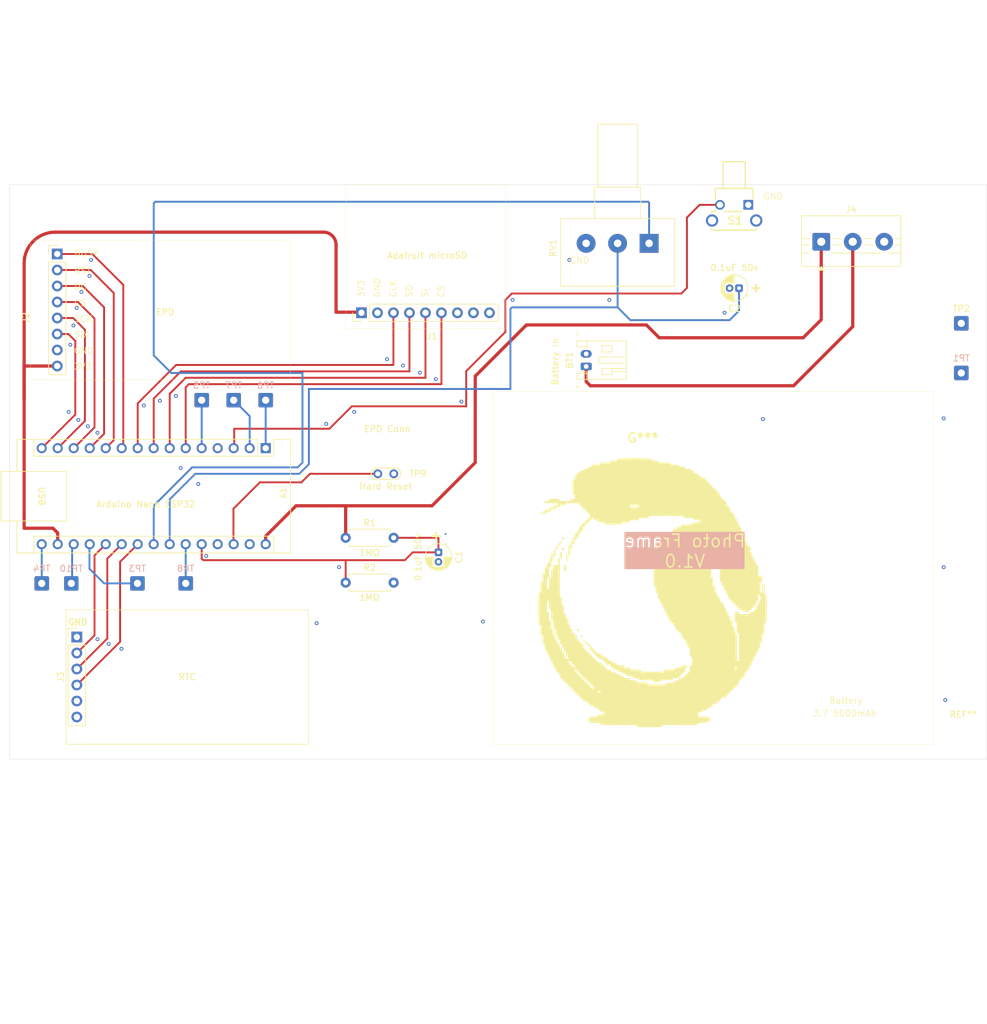
<source format=kicad_pcb>
(kicad_pcb (version 20241229) (generator "pcbnew") (generator_version "9.0")
  (title_block (comment 4 "AISLER Project ID: GICTNIGL"))
  (layers (0 "F.Cu" signal) (2 "B.Cu" signal) (13 "F.Paste" user) (15 "B.Paste" user) (5 "F.SilkS" user "F.Silkscreen") (7 "B.SilkS" user "B.Silkscreen") (1 "F.Mask" user) (3 "B.Mask" user) (25 "Edge.Cuts" user))
  (net 0 "")
  (net 1 "GND")
  (net 2 "Net-(A1-SDA{slash}A4)")
  (net 3 "/DI")
  (net 4 "/CS")
  (net 5 "+4V")
  (net 6 "Net-(A1-A1)")
  (net 7 "Net-(A1-A3)")
  (net 8 "/DO")
  (net 9 "Net-(A1-SCL{slash}A5)")
  (net 10 "Net-(A1-A7)")
  (net 11 "/3V3")
  (net 12 "Net-(A1-~{RESET})")
  (net 13 "Net-(A1-A2)")
  (net 15 "/SCLK")
  (net 21 "Net-(A1-D13{slash}SCK)")
  (net 22 "Net-(A1-D0{slash}RX)")
  (net 23 "Net-(A1-A0)")
  (net 24 "Net-(A1-D2)")
  (net 25 "Net-(A1-B1)")
  (net 26 "Net-(A1-D1{slash}TX)")
  (net 27 "Net-(A1-A6)")
  (net 28 "Net-(A1-B0)")
  (net 30 "/VIN")
  (net 31 "/DC")
  (net 32 "/SCK")
  (net 33 "/SDI")
  (net 34 "/RST")
  (net 35 "/BUSY")
  (net 36 "/CS (1)")
  (footprint "Mouser:P&B Tactile Button Right Angle - FSMRA6JH" (layer "F.Cu") (at 190.172 63.738 180)
    (property "Reference" "S1" (at 2.087 -2.517 0) (layer "F.SilkS") (effects (font (size 1.27 1.27) (thickness 0.254))))
    (property "Value" "FSMRA6JH" (hide yes))
    (pad "1" thru_hole rect (at 0 0 180) (size 1.54 1.54) (drill 0.99) (layers "*.Cu" "*.Mask") (net 1 "GND"))
    (pad "2" thru_hole circle (at 4.5 0 180) (size 1.54 1.54) (drill 0.99) (layers "*.Cu" "*.Mask") (net 12 "Net-(A1-~{RESET})"))
    (pad "3" thru_hole circle (at -1.255 -2.49 180) (size 1.95 1.95) (drill 1.3) (layers "*.Cu" "*.Mask"))
    (pad "4" thru_hole circle (at 5.755 -2.49 180) (size 1.95 1.95) (drill 1.3) (layers "*.Cu" "*.Mask"))
  )
  (footprint "Connector_PinHeader_2.54mm:PinHeader_1x09_P2.54mm_Vertical" (layer "F.Cu") (at 128.748 80.872 90)
    (property "Reference" "J1" (at -3.72 11.213 180) (layer "F.SilkS"))
    (property "Value" "Adafruit microSD" (at 9.107 10.451 180) (layer "F.SilkS"))
    (pad "1" thru_hole rect (at 0 0 90) (size 1.7 1.7) (drill 1) (layers "*.Cu" "*.Mask") (net 11 "/3V3"))
    (pad "2" thru_hole circle (at 0 2.54 90) (size 1.7 1.7) (drill 1) (layers "*.Cu" "*.Mask") (net 1 "GND"))
    (pad "3" thru_hole circle (at 0 5.08 90) (size 1.7 1.7) (drill 1) (layers "*.Cu" "*.Mask") (net 15 "/SCLK"))
    (pad "4" thru_hole circle (at 0 7.62 90) (size 1.7 1.7) (drill 1) (layers "*.Cu" "*.Mask") (net 8 "/DO"))
    (pad "5" thru_hole circle (at 0 10.16 90) (size 1.7 1.7) (drill 1) (layers "*.Cu" "*.Mask") (net 3 "/DI"))
    (pad "6" thru_hole circle (at 0 12.7 90) (size 1.7 1.7) (drill 1) (layers "*.Cu" "*.Mask") (net 36 "/CS (1)"))
    (pad "7" thru_hole circle (at 0 15.24 90) (size 1.7 1.7) (drill 1) (layers "*.Cu" "*.Mask"))
    (pad "8" thru_hole circle (at 0 17.78 90) (size 1.7 1.7) (drill 1) (layers "*.Cu" "*.Mask"))
    (pad "9" thru_hole circle (at 0 20.32 90) (size 1.7 1.7) (drill 1) (layers "*.Cu" "*.Mask"))
  )
  (footprint "TerminalBlock:TerminalBlock_MaiXu_MX126-5.0-03P_1x03_P5.00mm" (layer "F.Cu") (at 201.752 69.596)
    (property "Reference" "J4" (at 4.75 -5.12 0) (layer "F.SilkS"))
    (property "Value" "Screw_Terminal_01x03")
    (pad "1" thru_hole roundrect (at 0 0) (size 2.8 2.8) (drill 1.3) (layers "*.Cu" "*.Mask") (roundrect_rratio 0.089286) (net 5 "+4V"))
    (pad "2" thru_hole circle (at 5 0) (size 2.8 2.8) (drill 1.3) (layers "*.Cu" "*.Mask") (net 30 "/VIN"))
    (pad "3" thru_hole circle (at 10 0) (size 2.8 2.8) (drill 1.3) (layers "*.Cu" "*.Mask"))
  )
  (footprint "Connector_PinHeader_2.54mm:PinHeader_1x06_P2.54mm_Vertical" (layer "F.Cu") (at 83.552 132.334)
    (property "Reference" "J3" (at -2.54 6.353 90) (layer "F.SilkS"))
    (property "Value" "RTC" (at 17.526 6.35 0) (layer "F.SilkS"))
    (pad "1" thru_hole rect (at 0 0) (size 1.7 1.7) (drill 1) (layers "*.Cu" "*.Mask") (net 1 "GND"))
    (pad "2" thru_hole circle (at 0 2.54) (size 1.7 1.7) (drill 1) (layers "*.Cu" "*.Mask") (net 6 "Net-(A1-A1)"))
    (pad "3" thru_hole circle (at 0 5.08) (size 1.7 1.7) (drill 1) (layers "*.Cu" "*.Mask") (net 13 "Net-(A1-A2)"))
    (pad "4" thru_hole circle (at 0 7.62) (size 1.7 1.7) (drill 1) (layers "*.Cu" "*.Mask") (net 7 "Net-(A1-A3)"))
    (pad "5" thru_hole circle (at 0 10.16) (size 1.7 1.7) (drill 1) (layers "*.Cu" "*.Mask"))
    (pad "6" thru_hole circle (at 0 12.7) (size 1.7 1.7) (drill 1) (layers "*.Cu" "*.Mask"))
  )
  (footprint "Potentiometer_THT:Potentiometer_Alps_RK163_Single_Horizontal" (layer "F.Cu") (at 174.418 69.85 -90)
    (property "Reference" "RV1" (at 0.762 15.24 90) (layer "F.SilkS"))
    (property "Value" "20K")
    (pad "1" thru_hole rect (at 0 0 90) (size 3 3) (drill 1.2) (layers "*.Cu" "*.Mask") (net 2 "Net-(A1-SDA{slash}A4)"))
    (pad "2" thru_hole circle (at 0 5 90) (size 3 3) (drill 1.2) (layers "*.Cu" "*.Mask") (net 9 "Net-(A1-SCL{slash}A5)"))
    (pad "3" thru_hole circle (at 0 10 90) (size 3 3) (drill 1.2) (layers "*.Cu" "*.Mask") (net 1 "GND"))
  )
  (footprint "Resistor_THT:R_Axial_DIN0207_L6.3mm_D2.5mm_P7.62mm_Horizontal" (layer "F.Cu") (at 126.238 116.586)
    (property "Reference" "R1" (at 3.81 -2.37 0) (layer "F.SilkS"))
    (property "Value" "1MΩ" (at 3.81 2.37 0) (layer "F.SilkS"))
    (pad "1" thru_hole circle (at 0 0) (size 1.6 1.6) (drill 0.8) (layers "*.Cu" "*.Mask") (net 5 "+4V"))
    (pad "2" thru_hole circle (at 7.62 0) (size 1.6 1.6) (drill 0.8) (layers "*.Cu" "*.Mask") (net 10 "Net-(A1-A7)"))
  )
  (footprint "MountingHole:MountingHole_2.5mm" (layer "F.Cu") (at 76.708 148.082)
    (property "Reference" "REF**" (hide yes))
    (property "Value" "MountingHole_2.5mm" (hide yes))
    (pad "" np_thru_hole circle (at 0 0) (size 2.5 2.5) (drill 2.5) (layers "*.Cu" "*.Mask"))
  )
  (footprint "MountingHole:MountingHole 14x1mm_Pad" (layer "F.Cu") (at 133.096 101.6)
    (property "Reference" "REF**" (hide yes))
    (property "Value" "EPD Conn" (at -0.254 -2.286 0) (layer "F.SilkS"))
    (pad "" np_thru_hole oval (at 0 0) (size 14 1) (drill oval 14 1) (layers "*.Cu" "*.Mask"))
  )
  (footprint "MountingHole:MountingHole_2.5mm" (layer "F.Cu") (at 224.282 148.082)
    (property "Reference" "REF**" (at 0 -3.45 0) (layer "F.SilkS"))
    (property "Value" "MountingHole_2.5mm" (hide yes))
    (pad "" np_thru_hole circle (at 0 0) (size 2.5 2.5) (drill 2.5) (layers "*.Cu" "*.Mask"))
  )
  (footprint "Sephiroth:Sepy" (layer "F.Cu") (at 173.782668 125.648667)
    (property "Reference" "G***" (at -0.349477 -24.9 0) (layer "F.SilkS") (effects (font (size 1.5 1.5) (thickness 0.3))))
    (property "Value" "LOGO" (hide yes))
  )
  (footprint "MountingHole:MountingHole_2.5mm" (layer "F.Cu") (at 76.708 64.516)
    (property "Reference" "REF**" (hide yes))
    (property "Value" "MountingHole_2.5mm" (hide yes))
    (pad "" np_thru_hole circle (at 0 0) (size 2.5 2.5) (drill 2.5) (layers "*.Cu" "*.Mask"))
  )
  (footprint "MountingHole:MountingHole_2.5mm" (layer "F.Cu") (at 224.282 64.516)
    (property "Reference" "REF**" (hide yes))
    (property "Value" "MountingHole_2.5mm" (hide yes))
    (pad "" np_thru_hole circle (at 0 0) (size 2.5 2.5) (drill 2.5) (layers "*.Cu" "*.Mask"))
  )
  (footprint "Capacitor_THT:CP_Radial_D4.0mm_P1.50mm" (layer "F.Cu") (at 140.97 118.896 -90)
    (property "Reference" "C1" (at 0.75 -3.25 90) (layer "F.SilkS"))
    (property "Value" "0.1uF 50v" (at 0.75 3.25 270) (layer "F.SilkS"))
    (pad "1" thru_hole roundrect (at 0 0 270) (size 1.2 1.2) (drill 0.6) (layers "*.Cu" "*.Mask") (roundrect_rratio 0.208333) (net 10 "Net-(A1-A7)"))
    (pad "2" thru_hole circle (at 1.5 0 270) (size 1.2 1.2) (drill 0.6) (layers "*.Cu" "*.Mask") (net 1 "GND"))
  )
  (footprint "Module:Arduino_Nano" (layer "F.Cu") (at 113.538 102.362 -90)
    (property "Reference" "A1" (at 7.112 -2.794 90) (layer "F.SilkS"))
    (property "Value" "Arduino Nano ESP32" (at 8.89 19.05 0) (layer "F.SilkS"))
    (fp_text user "USB" (at 7.62 35.56 270) (layer "F.SilkS"))
    (pad "1" thru_hole rect (at 0 0 270) (size 1.6 1.6) (drill 1) (layers "*.Cu" "*.Mask") (net 26 "Net-(A1-D1{slash}TX)"))
    (pad "2" thru_hole oval (at 0 2.54 270) (size 1.6 1.6) (drill 1) (layers "*.Cu" "*.Mask") (net 22 "Net-(A1-D0{slash}RX)"))
    (pad "3" thru_hole oval (at 0 5.08 270) (size 1.6 1.6) (drill 1) (layers "*.Cu" "*.Mask") (net 12 "Net-(A1-~{RESET})"))
    (pad "4" thru_hole oval (at 0 7.62 270) (size 1.6 1.6) (drill 1) (layers "*.Cu" "*.Mask") (net 1 "GND"))
    (pad "5" thru_hole oval (at 0 10.16 270) (size 1.6 1.6) (drill 1) (layers "*.Cu" "*.Mask") (net 24 "Net-(A1-D2)"))
    (pad "6" thru_hole oval (at 0 12.7 270) (size 1.6 1.6) (drill 1) (layers "*.Cu" "*.Mask") (net 36 "/CS (1)"))
    (pad "7" thru_hole oval (at 0 15.24 270) (size 1.6 1.6) (drill 1) (layers "*.Cu" "*.Mask") (net 3 "/DI"))
    (pad "8" thru_hole oval (at 0 17.78 270) (size 1.6 1.6) (drill 1) (layers "*.Cu" "*.Mask") (net 8 "/DO"))
    (pad "9" thru_hole oval (at 0 20.32 270) (size 1.6 1.6) (drill 1) (layers "*.Cu" "*.Mask") (net 15 "/SCLK"))
    (pad "10" thru_hole oval (at 0 22.86 270) (size 1.6 1.6) (drill 1) (layers "*.Cu" "*.Mask") (net 35 "/BUSY"))
    (pad "11" thru_hole oval (at 0 25.4 270) (size 1.6 1.6) (drill 1) (layers "*.Cu" "*.Mask") (net 34 "/RST"))
    (pad "12" thru_hole oval (at 0 27.94 270) (size 1.6 1.6) (drill 1) (layers "*.Cu" "*.Mask") (net 31 "/DC"))
    (pad "13" thru_hole oval (at 0 30.48 270) (size 1.6 1.6) (drill 1) (layers "*.Cu" "*.Mask") (net 4 "/CS"))
    (pad "14" thru_hole oval (at 0 33.02 270) (size 1.6 1.6) (drill 1) (layers "*.Cu" "*.Mask") (net 32 "/SCK"))
    (pad "15" thru_hole oval (at 0 35.56 270) (size 1.6 1.6) (drill 1) (layers "*.Cu" "*.Mask") (net 33 "/SDI"))
    (pad "16" thru_hole oval (at 15.24 35.56 270) (size 1.6 1.6) (drill 1) (layers "*.Cu" "*.Mask") (net 21 "Net-(A1-D13{slash}SCK)"))
    (pad "17" thru_hole oval (at 15.24 33.02 270) (size 1.6 1.6) (drill 1) (layers "*.Cu" "*.Mask") (net 11 "/3V3"))
    (pad "18" thru_hole oval (at 15.24 30.48 270) (size 1.6 1.6) (drill 1) (layers "*.Cu" "*.Mask") (net 28 "Net-(A1-B0)"))
    (pad "19" thru_hole oval (at 15.24 27.94 270) (size 1.6 1.6) (drill 1) (layers "*.Cu" "*.Mask") (net 23 "Net-(A1-A0)"))
    (pad "20" thru_hole oval (at 15.24 25.4 270) (size 1.6 1.6) (drill 1) (layers "*.Cu" "*.Mask") (net 6 "Net-(A1-A1)"))
    (pad "21" thru_hole oval (at 15.24 22.86 270) (size 1.6 1.6) (drill 1) (layers "*.Cu" "*.Mask") (net 13 "Net-(A1-A2)"))
    (pad "22" thru_hole oval (at 15.24 20.32 270) (size 1.6 1.6) (drill 1) (layers "*.Cu" "*.Mask") (net 7 "Net-(A1-A3)"))
    (pad "23" thru_hole oval (at 15.24 17.78 270) (size 1.6 1.6) (drill 1) (layers "*.Cu" "*.Mask") (net 2 "Net-(A1-SDA{slash}A4)"))
    (pad "24" thru_hole oval (at 15.24 15.24 270) (size 1.6 1.6) (drill 1) (layers "*.Cu" "*.Mask") (net 9 "Net-(A1-SCL{slash}A5)"))
    (pad "25" thru_hole oval (at 15.24 12.7 270) (size 1.6 1.6) (drill 1) (layers "*.Cu" "*.Mask") (net 27 "Net-(A1-A6)"))
    (pad "26" thru_hole oval (at 15.24 10.16 270) (size 1.6 1.6) (drill 1) (layers "*.Cu" "*.Mask") (net 10 "Net-(A1-A7)"))
    (pad "27" thru_hole oval (at 15.24 7.62 270) (size 1.6 1.6) (drill 1) (layers "*.Cu" "*.Mask"))
    (pad "28" thru_hole oval (at 15.24 5.08 270) (size 1.6 1.6) (drill 1) (layers "*.Cu" "*.Mask") (net 25 "Net-(A1-B1)"))
    (pad "29" thru_hole oval (at 15.24 2.54 270) (size 1.6 1.6) (drill 1) (layers "*.Cu" "*.Mask") (net 1 "GND"))
    (pad "30" thru_hole oval (at 15.24 0 270) (size 1.6 1.6) (drill 1) (layers "*.Cu" "*.Mask") (net 5 "+4V"))
  )
  (footprint "Capacitor_THT:CP_Radial_D4.0mm_P1.50mm" (layer "F.Cu") (at 188.698 76.962 180)
    (property "Reference" "C2" (at 0.75 -3.25 0) (layer "F.SilkS"))
    (property "Value" "0.1uF 50v" (at 0.75 3.25 0) (layer "F.SilkS"))
    (pad "1" thru_hole roundrect (at 0 0 180) (size 1.2 1.2) (drill 0.6) (layers "*.Cu" "*.Mask") (roundrect_rratio 0.208333) (net 9 "Net-(A1-SCL{slash}A5)"))
    (pad "2" thru_hole circle (at 1.5 0 180) (size 1.2 1.2) (drill 0.6) (layers "*.Cu" "*.Mask") (net 1 "GND"))
  )
  (footprint "Connector_Wire:SolderWire-0.5sqmm_1x01_D0.9mm_OD2.3mm" (layer "F.Cu") (at 223.99 82.55)
    (property "Reference" "TP2" (at 0 -2.35 0) (layer "F.SilkS"))
    (property "Value" "GND")
    (pad "1" thru_hole roundrect (at 0 0) (size 2.3 2.3) (drill 1.15) (layers "*.Cu" "*.Mask") (roundrect_rratio 0.108696) (net 1 "GND"))
  )
  (footprint "Resistor_THT:R_Axial_DIN0207_L6.3mm_D2.5mm_P7.62mm_Horizontal" (layer "F.Cu") (at 126.238 123.698)
    (property "Reference" "R2" (at 3.81 -2.37 0) (layer "F.SilkS"))
    (property "Value" "1MΩ" (at 3.81 2.37 0) (layer "F.SilkS"))
    (pad "1" thru_hole circle (at 0 0) (size 1.6 1.6) (drill 0.8) (layers "*.Cu" "*.Mask") (net 10 "Net-(A1-A7)"))
    (pad "2" thru_hole circle (at 7.62 0) (size 1.6 1.6) (drill 0.8) (layers "*.Cu" "*.Mask") (net 1 "GND"))
  )
  (footprint "TestPoint:TestPoint_2Pads_Pitch2.54mm_Drill0.8mm" (layer "F.Cu") (at 131.338 106.426)
    (property "Reference" "TP9" (at 6.35 0 0) (layer "F.SilkS"))
    (property "Value" "Hard Reset" (at 1.27 2 0) (layer "F.SilkS"))
    (pad "1" thru_hole circle (at 0 0) (size 1.4 1.4) (drill 0.8) (layers "*.Cu" "*.Mask") (net 25 "Net-(A1-B1)"))
    (pad "2" thru_hole circle (at 2.54 0) (size 1.4 1.4) (drill 0.8) (layers "*.Cu" "*.Mask") (net 1 "GND"))
  )
  (footprint "Connector_PinHeader_2.54mm:PinHeader_1x08_P2.54mm_Vertical" (layer "F.Cu") (at 80.442 71.542)
    (property "Reference" "J2" (at -5.004 10.104 90) (layer "F.SilkS"))
    (property "Value" "EPD" (at 17.132 9.23 0) (layer "F.SilkS"))
    (pad "1" thru_hole rect (at 0 0) (size 1.7 1.7) (drill 1) (layers "*.Cu" "*.Mask") (net 35 "/BUSY"))
    (pad "2" thru_hole circle (at 0 2.54) (size 1.7 1.7) (drill 1) (layers "*.Cu" "*.Mask") (net 34 "/RST"))
    (pad "3" thru_hole circle (at 0 5.08) (size 1.7 1.7) (drill 1) (layers "*.Cu" "*.Mask") (net 31 "/DC"))
    (pad "4" thru_hole circle (at 0 7.62) (size 1.7 1.7) (drill 1) (layers "*.Cu" "*.Mask") (net 4 "/CS"))
    (pad "5" thru_hole circle (at 0 10.16) (size 1.7 1.7) (drill 1) (layers "*.Cu" "*.Mask") (net 32 "/SCK"))
    (pad "6" thru_hole circle (at 0 12.7) (size 1.7 1.7) (drill 1) (layers "*.Cu" "*.Mask") (net 33 "/SDI"))
    (pad "7" thru_hole circle (at 0 15.24) (size 1.7 1.7) (drill 1) (layers "*.Cu" "*.Mask") (net 1 "GND"))
    (pad "8" thru_hole circle (at 0 17.78) (size 1.7 1.7) (drill 1) (layers "*.Cu" "*.Mask") (net 11 "/3V3"))
  )
  (footprint "Connector_JST:JST_PH_S2B-PH-K_1x02_P2.00mm_Horizontal" (layer "F.Cu") (at 164.428 89.392 90)
    (property "Reference" "BT1" (at 1 -2.63 90) (layer "F.SilkS"))
    (property "Value" "Battery In" (at 0.746 -4.916 90) (layer "F.SilkS"))
    (pad "1" thru_hole roundrect (at 0 0 90) (size 1.2 1.75) (drill 0.75) (layers "*.Cu" "*.Mask") (roundrect_rratio 0.208333) (net 30 "/VIN"))
    (pad "2" thru_hole oval (at 2 0 90) (size 1.2 1.75) (drill 0.75) (layers "*.Cu" "*.Mask") (net 1 "GND"))
  )
  (footprint "Connector_Wire:SolderWire-0.5sqmm_1x01_D0.9mm_OD2.3mm" (layer "B.Cu") (at 82.677 123.825 180)
    (property "Reference" "TP10" (at 0 2.35 0) (layer "B.SilkS") (effects (justify mirror)))
    (property "Value" "B0")
    (pad "1" thru_hole roundrect (at 0 0 180) (size 2.3 2.3) (drill 1.15) (layers "*.Cu" "*.Mask") (roundrect_rratio 0.108696) (net 28 "Net-(A1-B0)"))
  )
  (footprint "Connector_Wire:SolderWire-0.5sqmm_1x01_D0.9mm_OD2.3mm" (layer "B.Cu") (at 77.978 123.825 180)
    (property "Reference" "TP4" (at 0 2.35 0) (layer "B.SilkS") (effects (justify mirror)))
    (property "Value" "D13/SCK")
    (pad "1" thru_hole roundrect (at 0 0 180) (size 2.3 2.3) (drill 1.15) (layers "*.Cu" "*.Mask") (roundrect_rratio 0.108696) (net 21 "Net-(A1-D13{slash}SCK)"))
  )
  (footprint "Connector_Wire:SolderWire-0.5sqmm_1x01_D0.9mm_OD2.3mm" (layer "B.Cu") (at 113.537998 94.742 180)
    (property "Reference" "TP6" (at 0 2.35 0) (layer "B.SilkS") (effects (justify mirror)))
    (property "Value" "D1/TX")
    (pad "1" thru_hole roundrect (at 0 0 180) (size 2.3 2.3) (drill 1.15) (layers "*.Cu" "*.Mask") (roundrect_rratio 0.108696) (net 26 "Net-(A1-D1{slash}TX)"))
  )
  (footprint "Connector_Wire:SolderWire-0.5sqmm_1x01_D0.9mm_OD2.3mm" (layer "B.Cu") (at 93.18 123.825 180)
    (property "Reference" "TP3" (at 0 2.35 0) (layer "B.SilkS") (effects (justify mirror)))
    (property "Value" "A0/D17")
    (pad "1" thru_hole roundrect (at 0 0 180) (size 2.3 2.3) (drill 1.15) (layers "*.Cu" "*.Mask") (roundrect_rratio 0.108696) (net 23 "Net-(A1-A0)"))
  )
  (footprint "Connector_Wire:SolderWire-0.5sqmm_1x01_D0.9mm_OD2.3mm" (layer "B.Cu") (at 223.99 90.424 180)
    (property "Reference" "TP1" (at 0 2.35 0) (layer "B.SilkS") (effects (justify mirror)))
    (property "Value" "GND")
    (pad "1" thru_hole roundrect (at 0 0 180) (size 2.3 2.3) (drill 1.15) (layers "*.Cu" "*.Mask") (roundrect_rratio 0.108696) (net 1 "GND"))
  )
  (footprint "Connector_Wire:SolderWire-0.5sqmm_1x01_D0.9mm_OD2.3mm" (layer "B.Cu") (at 103.377998 94.742 180)
    (property "Reference" "TP5" (at 0 2.35 0) (layer "B.SilkS") (effects (justify mirror)))
    (property "Value" "D2")
    (pad "1" thru_hole roundrect (at 0 0 180) (size 2.3 2.3) (drill 1.15) (layers "*.Cu" "*.Mask") (roundrect_rratio 0.108696) (net 24 "Net-(A1-D2)"))
  )
  (footprint "Connector_Wire:SolderWire-0.5sqmm_1x01_D0.9mm_OD2.3mm" (layer "B.Cu") (at 108.457998 94.742 180)
    (property "Reference" "TP7" (at 0 2.35 0) (layer "B.SilkS") (effects (justify mirror)))
    (property "Value" "D0/RX")
    (pad "1" thru_hole roundrect (at 0 0 180) (size 2.3 2.3) (drill 1.15) (layers "*.Cu" "*.Mask") (roundrect_rratio 0.108696) (net 22 "Net-(A1-D0{slash}RX)"))
  )
  (footprint "Connector_Wire:SolderWire-0.5sqmm_1x01_D0.9mm_OD2.3mm" (layer "B.Cu") (at 100.838 123.825 180)
    (property "Reference" "TP8" (at 0 2.35 0) (layer "B.SilkS") (effects (justify mirror)))
    (property "Value" "A6/D23")
    (pad "1" thru_hole roundrect (at 0 0 180) (size 2.3 2.3) (drill 1.15) (layers "*.Cu" "*.Mask") (roundrect_rratio 0.108696) (net 27 "Net-(A1-A6)"))
  )
  (gr_rect (start 149.606 93.379) (end 219.606 149.379) (stroke (width 0.04)) (fill no) (layer "F.SilkS"))
  (gr_rect (start 126.268 60.532) (end 151.638 83.422) (stroke (width 0.04)) (fill no) (layer "F.SilkS"))
  (gr_rect (start 76.177 69.342) (end 117.447 91.492) (stroke (width 0.04)) (fill no) (layer "F.SilkS"))
  (gr_rect (start 81.843 128.019) (end 120.313 149.349) (stroke (width 0.1)) (fill no) (layer "F.SilkS"))
  (gr_rect (start 72.858 60.532) (end 228.058 151.732) (stroke (width 0.05)) (fill no) (layer "Edge.Cuts"))
  (gr_text "+" (at 163.538 93.306 90) (layer "F.SilkS") (effects (font (size 1 1) (thickness 0.1)) (justify left bottom)))
  (gr_text "CS" (at 83.058 79.868 0) (layer "F.SilkS") (effects (font (size 1 1) (thickness 0.1)) (justify left bottom)))
  (gr_text "SDI" (at 83.058 84.948 0) (layer "F.SilkS") (effects (font (size 1 1) (thickness 0.1)) (justify left bottom)))
  (gr_text "GND" (at 192.532 62.992 0) (layer "F.SilkS") (effects (font (size 1 1) (thickness 0.1)) (justify left bottom)))
  (gr_text "SI" (at 139.446 78.486 90) (layer "F.SilkS") (effects (font (size 1 1) (thickness 0.1)) (justify left bottom)))
  (gr_text "Battery" (at 202.946 143.002 0) (layer "F.SilkS") (effects (font (size 1 1) (thickness 0.1)) (justify left bottom)))
  (gr_text "GND" (at 82.042 130.556 0) (layer "F.SilkS") (effects (font (size 1 1) (thickness 0.2) (bold yes)) (justify left bottom)))
  (gr_text "-" (at 163.538 84.924 90) (layer "F.SilkS") (effects (font (size 1 1) (thickness 0.1)) (justify left bottom)))
  (gr_text "SO" (at 136.906 78.486 90) (layer "F.SilkS") (effects (font (size 1 1) (thickness 0.1)) (justify left bottom)))
  (gr_text "+" (at 141.732 115.57 180) (layer "F.SilkS") (effects (font (size 1.5 1.5) (thickness 0.3) (bold yes)) (justify left bottom)))
  (gr_text "GND\n" (at 83.058 87.488 0) (layer "F.SilkS") (effects (font (size 1 1) (thickness 0.1)) (justify left bottom)))
  (gr_text "CS" (at 141.986 78.486 90) (layer "F.SilkS") (effects (font (size 1 1) (thickness 0.1)) (justify left bottom)))
  (gr_text "BUSY" (at 83.058 71.994 0) (layer "F.SilkS") (effects (font (size 1 1) (thickness 0.1)) (justify left bottom)))
  (gr_text "3.7 5000mAh" (at 200.406 145.034 0) (layer "F.SilkS") (effects (font (size 1 1) (thickness 0.1)) (justify left bottom)))
  (gr_text "GND" (at 131.826 78.486 90) (layer "F.SilkS") (effects (font (size 1 1) (thickness 0.1)) (justify left bottom)))
  (gr_text "CLK" (at 134.366 78.486 90) (layer "F.SilkS") (effects (font (size 1 1) (thickness 0.1)) (justify left bottom)))
  (gr_text "3V3" (at 129.286 78.486 90) (layer "F.SilkS") (effects (font (size 1 1) (thickness 0.1)) (justify left bottom)))
  (gr_text "+" (at 190.2614 77.724 0) (layer "F.SilkS") (effects (font (size 1.5 1.5) (thickness 0.3) (bold yes)) (justify left bottom)))
  (gr_text "GND" (at 161.798 73.152 0) (layer "F.SilkS") (effects (font (size 1 1) (thickness 0.1)) (justify left bottom)))
  (gr_text "DC" (at 83.058 77.328 0) (layer "F.SilkS") (effects (font (size 1 1) (thickness 0.1)) (justify left bottom)))
  (gr_text "RST" (at 83.058 74.788 0) (layer "F.SilkS") (effects (font (size 1 1) (thickness 0.1)) (justify left bottom)))
  (gr_text "SCK" (at 83.058 82.408 0) (layer "F.SilkS") (effects (font (size 1 1) (thickness 0.1)) (justify left bottom)))
  (gr_text "3V3" (at 83.058 89.992 0) (layer "F.SilkS") (effects (font (size 1 1) (thickness 0.1)) (justify left bottom)))
  (gr_text "Photo Frame\nV1.0" (at 180.086 121.472 0) (layer "B.SilkS" knockout) (effects (font (size 2 2) (thickness 0.25)) (justify bottom mirror)))
  (segment (start 164.388 69.85) (end 164.418 69.85) (width 0.508) (layer "F.Cu") (net 1))
  (segment (start 164.592 69.944) (end 164.498 69.85) (width 0.3) (layer "F.Cu") (net 1))
  (via (at 104.102 119.468) (size 0.6) (drill 0.3) (layers "F.Cu" "B.Cu") (net 1))
  (via (at 85.56 75.018) (size 0.6) (drill 0.3) (layers "F.Cu" "B.Cu") (net 1))
  (via (at 221.45 142.328) (size 0.6) (drill 0.3) (layers "F.Cu" "B.Cu") (net 1))
  (via (at 132.804 88.226) (size 0.6) (drill 0.3) (layers "F.Cu" "B.Cu") (net 1))
  (via (at 121.628 130.136) (size 0.6) (drill 0.3) (layers "F.Cu" "B.Cu") (net 1))
  (via (at 192.494 97.751) (size 0.6) (drill 0.3) (layers "F.Cu" "B.Cu") (net 1))
  (via (at 82.258 96.608) (size 0.6) (drill 0.3) (layers "F.Cu" "B.Cu") (net 1))
  (via (at 144.615 94.957) (size 0.6) (drill 0.3) (layers "F.Cu" "B.Cu") (net 1))
  (via (at 88.608 133.438) (size 0.6) (drill 0.3) (layers "F.Cu" "B.Cu") (net 1))
  (via (at 94.196 95.592) (size 0.6) (drill 0.3) (layers "F.Cu" "B.Cu") (net 1))
  (via (at 99.276 94.068) (size 0.6) (drill 0.3) (layers "F.Cu" "B.Cu") (net 1))
  (via (at 123.152 98.513) (size 0.6) (drill 0.3) (layers "F.Cu" "B.Cu") (net 1))
  (via (at 90.64 134.2) (size 0.6) (drill 0.3) (layers "F.Cu" "B.Cu") (net 1))
  (via (at 135.344 89.242) (size 0.6) (drill 0.3) (layers "F.Cu" "B.Cu") (net 1))
  (via (at 221.196 121.246) (size 0.6) (drill 0.3) (layers "F.Cu" "B.Cu") (net 1))
  (via (at 86.83 132.676) (size 0.6) (drill 0.3) (layers "F.Cu" "B.Cu") (net 1))
  (via (at 148.044 129.882) (size 0.6) (drill 0.3) (layers "F.Cu" "B.Cu") (net 1))
  (via (at 86.83 99.91) (size 0.6) (drill 0.3) (layers "F.Cu" "B.Cu") (net 1))
  (via (at 186.398 80.86) (size 0.6) (drill 0.3) (layers "F.Cu" "B.Cu") (net 1))
  (via (at 82.512 85.94) (size 0.6) (drill 0.3) (layers "F.Cu" "B.Cu") (net 1))
  (via (at 83.528 80.098) (size 0.6) (drill 0.3) (layers "F.Cu" "B.Cu") (net 1))
  (via (at 161.76 72.478) (size 0.6) (drill 0.3) (layers "F.Cu" "B.Cu") (net 1))
  (via (at 96.736 94.83) (size 0.6) (drill 0.3) (layers "F.Cu" "B.Cu") (net 1))
  (via (at 125.184 121.246) (size 0.6) (drill 0.3) (layers "F.Cu" "B.Cu") (net 1))
  (via (at 152.743 78.828) (size 0.6) (drill 0.3) (layers "F.Cu" "B.Cu") (net 1))
  (via (at 100.038 105.498) (size 0.6) (drill 0.3) (layers "F.Cu" "B.Cu") (net 1))
  (via (at 85.814 72.478) (size 0.6) (drill 0.3) (layers "F.Cu" "B.Cu") (net 1))
  (via (at 140.551 91.401) (size 0.6) (drill 0.3) (layers "F.Cu" "B.Cu") (net 1))
  (via (at 221.196 97.624) (size 0.6) (drill 0.3) (layers "F.Cu" "B.Cu") (net 1))
  (via (at 168.11 78.828) (size 0.6) (drill 0.3) (layers "F.Cu" "B.Cu") (net 1))
  (via (at 83.782 97.878) (size 0.6) (drill 0.3) (layers "F.Cu" "B.Cu") (net 1))
  (via (at 83.02 82.892) (size 0.6) (drill 0.3) (layers "F.Cu" "B.Cu") (net 1))
  (via (at 84.29 77.558) (size 0.6) (drill 0.3) (layers "F.Cu" "B.Cu") (net 1))
  (via (at 127.597 96.608) (size 0.6) (drill 0.3) (layers "F.Cu" "B.Cu") (net 1))
  (via (at 138.011 90.385) (size 0.6) (drill 0.3) (layers "F.Cu" "B.Cu") (net 1))
  (via (at 102.832 108.038) (size 0.6) (drill 0.3) (layers "F.Cu" "B.Cu") (net 1))
  (via (at 85.306 98.894) (size 0.6) (drill 0.3) (layers "F.Cu" "B.Cu") (net 1))
  (segment (start 142.155658 115.908342) (end 142.021939 116.042061) (width 0.2) (layer "B.Cu") (net 1))
  (segment (start 98.552 90.424) (end 119.38 90.424) (width 0.3) (layer "B.Cu") (net 2))
  (segment (start 119.38 90.424) (end 119.38 104.648) (width 0.3) (layer "B.Cu") (net 2))
  (segment (start 101.854 105.41) (end 95.758 111.506) (width 0.3) (layer "B.Cu") (net 2))
  (segment (start 118.618 105.41) (end 101.854 105.41) (width 0.3) (layer "B.Cu") (net 2))
  (segment (start 95.758 87.63) (end 98.552 90.424) (width 0.3) (layer "B.Cu") (net 2))
  (segment (start 119.38 104.648) (end 118.618 105.41) (width 0.3) (layer "B.Cu") (net 2))
  (segment (start 95.758 63.5) (end 95.758 87.63) (width 0.3) (layer "B.Cu") (net 2))
  (segment (start 174.418 63.42) (end 174.244 63.246) (width 0.3) (layer "B.Cu") (net 2))
  (segment (start 174.244 63.246) (end 96.012 63.246) (width 0.3) (layer "B.Cu") (net 2))
  (segment (start 96.012 63.246) (end 95.758 63.5) (width 0.3) (layer "B.Cu") (net 2))
  (segment (start 174.418 69.85) (end 174.418 63.42) (width 0.3) (layer "B.Cu") (net 2))
  (segment (start 95.758 111.506) (end 95.758 117.602) (width 0.3) (layer "B.Cu") (net 2))
  (segment (start 138.908 91.186) (end 100.838 91.186) (width 0.3) (layer "F.Cu") (net 3))
  (segment (start 100.838 91.186) (end 98.298 93.726) (width 0.3) (layer "F.Cu") (net 3))
  (segment (start 138.908 80.872) (end 138.908 91.186) (width 0.3) (layer "F.Cu") (net 3))
  (segment (start 98.298 93.726) (end 98.298 102.362) (width 0.3) (layer "F.Cu") (net 3))
  (segment (start 86.36 81.788) (end 86.36 99.06) (width 0.3) (layer "F.Cu") (net 4))
  (segment (start 86.36 99.06) (end 83.058 102.362) (width 0.3) (layer "F.Cu") (net 4))
  (segment (start 80.442 79.162) (end 83.734 79.162) (width 0.3) (layer "F.Cu") (net 4))
  (segment (start 83.734 79.162) (end 86.36 81.788) (width 0.3) (layer "F.Cu") (net 4))
  (segment (start 201.752 69.596) (end 201.752 81.966) (width 0.508) (layer "F.Cu") (net 5))
  (segment (start 201.752 81.966) (end 198.882 84.836) (width 0.508) (layer "F.Cu") (net 5))
  (segment (start 113.538 116.332) (end 113.538 117.602) (width 0.508) (layer "F.Cu") (net 5))
  (segment (start 125.476 111.506) (end 122.936 111.506) (width 0.508) (layer "F.Cu") (net 5))
  (segment (start 126.238 111.506) (end 125.476 111.506) (width 0.508) (layer "F.Cu") (net 5))
  (segment (start 146.812 90.932) (end 146.812 104.648) (width 0.508) (layer "F.Cu") (net 5))
  (segment (start 173.99 82.804) (end 154.94 82.804) (width 0.508) (layer "F.Cu") (net 5))
  (segment (start 139.954 111.506) (end 126.238 111.506) (width 0.508) (layer "F.Cu") (net 5))
  (segment (start 198.882 84.836) (end 176.022 84.836) (width 0.508) (layer "F.Cu") (net 5))
  (segment (start 126.238 116.586) (end 126.238 111.506) (width 0.508) (layer "F.Cu") (net 5))
  (segment (start 146.812 104.648) (end 139.954 111.506) (width 0.508) (layer "F.Cu") (net 5))
  (segment (start 122.936 111.506) (end 118.364 111.506) (width 0.508) (layer "F.Cu") (net 5))
  (segment (start 176.022 84.836) (end 173.99 82.804) (width 0.508) (layer "F.Cu") (net 5))
  (segment (start 154.94 82.804) (end 146.812 90.932) (width 0.508) (layer "F.Cu") (net 5))
  (segment (start 118.364 111.506) (end 113.538 116.332) (width 0.508) (layer "F.Cu") (net 5))
  (segment (start 83.552 134.874) (end 83.566 134.874) (width 0.3) (layer "F.Cu") (net 6))
  (segment (start 83.566 134.874) (end 86.36 132.08) (width 0.3) (layer "F.Cu") (net 6))
  (segment (start 86.36 119.38) (end 88.138 117.602) (width 0.3) (layer "F.Cu") (net 6))
  (segment (start 86.36 132.08) (end 86.36 119.38) (width 0.3) (layer "F.Cu") (net 6))
  (segment (start 90.424 133.082) (end 83.552 139.954) (width 0.3) (layer "F.Cu") (net 7))
  (segment (start 93.218 117.602) (end 90.424 120.396) (width 0.3) (layer "F.Cu") (net 7))
  (segment (start 90.424 120.396) (end 90.424 133.082) (width 0.3) (layer "F.Cu") (net 7))
  (segment (start 136.368 80.872) (end 136.368 90.17) (width 0.3) (layer "F.Cu") (net 8))
  (segment (start 100.076 90.17) (end 95.758 94.488) (width 0.3) (layer "F.Cu") (net 8))
  (segment (start 136.368 90.17) (end 100.076 90.17) (width 0.3) (layer "F.Cu") (net 8))
  (segment (start 95.758 94.488) (end 95.758 102.362) (width 0.3) (layer "F.Cu") (net 8))
  (segment (start 120.396 92.964) (end 120.396 104.902) (width 0.3) (layer "B.Cu") (net 9))
  (segment (start 169.418 80.01) (end 152.654 80.01) (width 0.3) (layer "B.Cu") (net 9))
  (segment (start 187.198 82.042) (end 188.698 80.542) (width 0.3) (layer "B.Cu") (net 9))
  (segment (start 171.45 82.042) (end 187.198 82.042) (width 0.3) (layer "B.Cu") (net 9))
  (segment (start 152.4 80.264) (end 152.4 92.964) (width 0.3) (layer "B.Cu") (net 9))
  (segment (start 169.418 69.85) (end 169.418 80.01) (width 0.3) (layer "B.Cu") (net 9))
  (segment (start 169.418 80.01) (end 171.45 82.042) (width 0.3) (layer "B.Cu") (net 9))
  (segment (start 98.298 110.49) (end 98.298 117.602) (width 0.3) (layer "B.Cu") (net 9))
  (segment (start 152.654 80.01) (end 152.4 80.264) (width 0.3) (layer "B.Cu") (net 9))
  (segment (start 152.4 92.964) (end 120.396 92.964) (width 0.3) (layer "B.Cu") (net 9))
  (segment (start 118.872 106.426) (end 102.362 106.426) (width 0.3) (layer "B.Cu") (net 9))
  (segment (start 188.698 80.542) (end 188.698 76.962) (width 0.3) (layer "B.Cu") (net 9))
  (segment (start 102.362 106.426) (end 98.298 110.49) (width 0.3) (layer "B.Cu") (net 9))
  (segment (start 120.396 104.902) (end 118.872 106.426) (width 0.3) (layer "B.Cu") (net 9))
  (segment (start 136.882 118.896) (end 140.97 118.896) (width 0.3) (layer "F.Cu") (net 10))
  (segment (start 135.636 120.142) (end 136.882 118.896) (width 0.3) (layer "F.Cu") (net 10))
  (segment (start 103.632 120.142) (end 135.636 120.142) (width 0.3) (layer "F.Cu") (net 10))
  (segment (start 140.97 116.586) (end 140.97 118.896) (width 0.3) (layer "F.Cu") (net 10))
  (segment (start 103.378 119.888) (end 103.632 120.142) (width 0.3) (layer "F.Cu") (net 10))
  (segment (start 136.906 116.586) (end 140.97 116.586) (width 0.3) (layer "F.Cu") (net 10))
  (segment (start 133.858 116.586) (end 136.906 116.586) (width 0.3) (layer "F.Cu") (net 10))
  (segment (start 103.378 117.602) (end 103.378 119.888) (width 0.3) (layer "F.Cu") (net 10))
  (segment (start 126.238 123.698) (end 126.238 120.142) (width 0.3) (layer "F.Cu") (net 10))
  (segment (start 75.184 94.58) (end 75.184 115.062) (width 0.508) (layer "F.Cu") (net 11))
  (segment (start 75.184 73.016069) (end 75.184 94.58) (width 0.508) (layer "F.Cu") (net 11))
  (segment (start 75.184 115.062) (end 79.756 115.062) (width 0.508) (layer "F.Cu") (net 11))
  (segment (start 80.518 115.824) (end 80.518 117.602) (width 0.508) (layer "F.Cu") (net 11))
  (segment (start 124.714 70.071998) (end 124.714 80.768464) (width 0.508) (layer "F.Cu") (net 11))
  (segment (start 80.128069 68.072) (end 122.714001 68.072) (width 0.508) (layer "F.Cu") (net 11))
  (segment (start 75.184 89.322) (end 75.184 94.58) (width 0.508) (layer "F.Cu") (net 11))
  (segment (start 79.756 115.062) (end 80.518 115.824) (width 0.508) (layer "F.Cu") (net 11))
  (segment (start 124.722535 80.777) (end 128.748 80.777) (width 0.508) (layer "F.Cu") (net 11))
  (segment (start 80.442 89.322) (end 75.184 89.322) (width 0.508) (layer "F.Cu") (net 11))
  (arc (start 124.714 80.768464) (mid 124.714649 80.77173) (end 124.7165 80.7745) (width 0.508) (layer "F.Cu") (net 11))
  (arc (start 124.7165 80.7745) (mid 124.719268 80.77635) (end 124.722535 80.777) (width 0.508) (layer "F.Cu") (net 11))
  (arc (start 80.128069 68.072) (mid 78.236055 68.448344) (end 76.632084 69.520084) (width 0.508) (layer "F.Cu") (net 11))
  (arc (start 124.714 70.071998) (mid 124.128213 68.657785) (end 122.714001 68.072) (width 0.508) (layer "F.Cu") (net 11))
  (arc (start 76.632084 69.520084) (mid 75.560344 71.124055) (end 75.184 73.016069) (width 0.508) (layer "F.Cu") (net 11))
  (segment (start 180.429 76.923) (end 179.54 77.812) (width 0.3) (layer "F.Cu") (net 12))
  (segment (start 145.377 90.131) (end 145.377 95.719) (width 0.3) (layer "F.Cu") (net 12))
  (segment (start 123.66 99.275) (end 108.547 99.275) (width 0.3) (layer "F.Cu") (net 12))
  (segment (start 179.54 77.812) (end 152.616 77.812) (width 0.3) (layer "F.Cu") (net 12))
  (segment (start 180.429 65.747) (end 180.429 76.923) (width 0.3) (layer "F.Cu") (net 12))
  (segment (start 108.547 99.275) (end 108.547 102.273) (width 0.3) (layer "F.Cu") (net 12))
  (segment (start 127.216 95.719) (end 123.66 99.275) (width 0.3) (layer "F.Cu") (net 12))
  (segment (start 185.672 63.738) (end 182.438 63.738) (width 0.3) (layer "F.Cu") (net 12))
  (segment (start 151.6 78.828) (end 151.6 83.908) (width 0.3) (layer "F.Cu") (net 12))
  (segment (start 108.547 102.273) (end 108.458 102.362) (width 0.3) (layer "F.Cu") (net 12))
  (segment (start 151.6 83.908) (end 145.377 90.131) (width 0.3) (layer "F.Cu") (net 12))
  (segment (start 152.616 77.812) (end 151.6 78.828) (width 0.3) (layer "F.Cu") (net 12))
  (segment (start 145.377 95.719) (end 127.216 95.719) (width 0.3) (layer "F.Cu") (net 12))
  (segment (start 182.438 63.738) (end 180.429 65.747) (width 0.3) (layer "F.Cu") (net 12))
  (segment (start 88.392 132.574) (end 88.392 119.888) (width 0.3) (layer "F.Cu") (net 13))
  (segment (start 83.552 137.414) (end 88.392 132.574) (width 0.3) (layer "F.Cu") (net 13))
  (segment (start 88.392 119.888) (end 90.678 117.602) (width 0.3) (layer "F.Cu") (net 13))
  (segment (start 133.82 89.115) (end 133.781 89.154) (width 0.3) (layer "F.Cu") (net 15))
  (segment (start 133.82 80.872) (end 133.82 89.115) (width 0.3) (layer "F.Cu") (net 15))
  (segment (start 93.218 95.25) (end 93.218 102.362) (width 0.3) (layer "F.Cu") (net 15))
  (segment (start 133.781 89.154) (end 99.314 89.154) (width 0.3) (layer "F.Cu") (net 15))
  (segment (start 99.314 89.154) (end 93.218 95.25) (width 0.3) (layer "F.Cu") (net 15))
  (segment (start 133.828 80.872) (end 133.82 80.872) (width 0.3) (layer "F.Cu") (net 15))
  (segment (start 77.978 123.698) (end 77.978 117.602) (width 0.3) (layer "B.Cu") (net 21))
  (segment (start 110.998 97.282002) (end 110.998 102.362) (width 0.3) (layer "B.Cu") (net 22))
  (segment (start 108.457998 94.742) (end 110.998 97.282002) (width 0.3) (layer "B.Cu") (net 22))
  (segment (start 93.18 123.825) (end 87.885 123.825) (width 0.3) (layer "B.Cu") (net 23))
  (segment (start 87.885 123.825) (end 85.56 121.5) (width 0.3) (layer "B.Cu") (net 23))
  (segment (start 85.56 117.64) (end 85.598 117.602) (width 0.3) (layer "B.Cu") (net 23))
  (segment (start 85.56 121.5) (end 85.56 117.64) (width 0.3) (layer "B.Cu") (net 23))
  (segment (start 103.377998 102.361998) (end 103.378 102.362) (width 0.3) (layer "B.Cu") (net 24))
  (segment (start 103.377998 94.742) (end 103.377998 102.361998) (width 0.3) (layer "B.Cu") (net 24))
  (segment (start 108.42 117.564) (end 108.458 117.602) (width 0.3) (layer "F.Cu") (net 25))
  (segment (start 131.338 106.426) (end 120.573 106.426) (width 0.3) (layer "F.Cu") (net 25))
  (segment (start 120.573 106.426) (end 119.215 107.784) (width 0.3) (layer "F.Cu") (net 25))
  (segment (start 119.215 107.784) (end 112.611 107.784) (width 0.3) (layer "F.Cu") (net 25))
  (segment (start 112.611 107.784) (end 108.42 111.975) (width 0.3) (layer "F.Cu") (net 25))
  (segment (start 108.42 111.975) (end 108.42 117.564) (width 0.3) (layer "F.Cu") (net 25))
  (segment (start 113.537998 94.742) (end 113.537998 102.361998) (width 0.3) (layer "B.Cu") (net 26))
  (segment (start 113.537998 102.361998) (end 113.538 102.362) (width 0.3) (layer "B.Cu") (net 26))
  (segment (start 100.838 123.698) (end 100.838 117.602) (width 0.3) (layer "B.Cu") (net 27))
  (segment (start 82.804 123.698) (end 82.804 117.856) (width 0.3) (layer "B.Cu") (net 28))
  (segment (start 82.804 117.856) (end 83.058 117.602) (width 0.3) (layer "B.Cu") (net 28))
  (segment (start 206.756 83.058) (end 206.756 69.77) (width 0.508) (layer "F.Cu") (net 30))
  (segment (start 164.428 91.784) (end 165.1 92.456) (width 0.508) (layer "F.Cu") (net 30))
  (segment (start 197.358 92.456) (end 206.756 83.058) (width 0.508) (layer "F.Cu") (net 30))
  (segment (start 206.756 69.77) (end 206.93 69.596) (width 0.508) (layer "F.Cu") (net 30))
  (segment (start 165.1 92.456) (end 197.358 92.456) (width 0.508) (layer "F.Cu") (net 30))
  (segment (start 164.428 89.392) (end 164.428 91.784) (width 0.508) (layer "F.Cu") (net 30))
  (segment (start 87.884 100.076) (end 85.598 102.362) (width 0.3) (layer "F.Cu") (net 31))
  (segment (start 80.442 76.622) (end 84.496 76.622) (width 0.3) (layer "F.Cu") (net 31))
  (segment (start 84.496 76.622) (end 87.884 80.01) (width 0.3) (layer "F.Cu") (net 31))
  (segment (start 87.884 80.01) (end 87.884 100.076) (width 0.3) (layer "F.Cu") (net 31))
  (segment (start 80.442 81.702) (end 82.972 81.702) (width 0.3) (layer "F.Cu") (net 32))
  (segment (start 84.836 83.566) (end 84.836 98.044) (width 0.3) (layer "F.Cu") (net 32))
  (segment (start 84.836 98.044) (end 80.518 102.362) (width 0.3) (layer "F.Cu") (net 32))
  (segment (start 82.972 81.702) (end 84.836 83.566) (width 0.3) (layer "F.Cu") (net 32))
  (segment (start 82.21 84.242) (end 83.312 85.344) (width 0.3) (layer "F.Cu") (net 33))
  (segment (start 83.312 85.344) (end 83.312 97.028) (width 0.3) (layer "F.Cu") (net 33))
  (segment (start 83.312 97.028) (end 77.978 102.362) (width 0.3) (layer "F.Cu") (net 33))
  (segment (start 80.442 84.242) (end 82.21 84.242) (width 0.3) (layer "F.Cu") (net 33))
  (segment (start 89.408 77.724) (end 89.408 101.092) (width 0.3) (layer "F.Cu") (net 34))
  (segment (start 89.408 101.092) (end 88.138 102.362) (width 0.3) (layer "F.Cu") (net 34))
  (segment (start 85.766 74.082) (end 89.408 77.724) (width 0.3) (layer "F.Cu") (net 34))
  (segment (start 80.442 74.082) (end 85.766 74.082) (width 0.3) (layer "F.Cu") (net 34))
  (segment (start 80.442 71.542) (end 86.02 71.542) (width 0.3) (layer "F.Cu") (net 35))
  (segment (start 90.932 102.108) (end 90.678 102.362) (width 0.3) (layer "F.Cu") (net 35))
  (segment (start 90.932 76.454) (end 90.932 102.108) (width 0.3) (layer "F.Cu") (net 35))
  (segment (start 86.02 71.542) (end 90.932 76.454) (width 0.3) (layer "F.Cu") (net 35))
  (segment (start 141.448 80.872) (end 141.448 92.202) (width 0.3) (layer "F.Cu") (net 36))
  (segment (start 141.448 92.202) (end 101.346 92.202) (width 0.3) (layer "F.Cu") (net 36))
  (segment (start 101.346 92.202) (end 100.838 92.71) (width 0.3) (layer "F.Cu") (net 36))
  (segment (start 100.838 92.71) (end 100.838 102.362) (width 0.3) (layer "F.Cu") (net 36))
)
</source>
